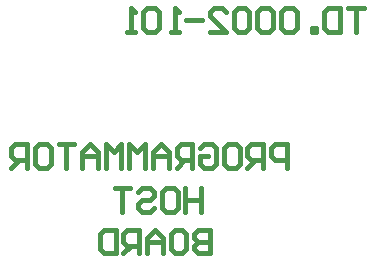
<source format=gbo>
G04*
G04 #@! TF.GenerationSoftware,Altium Limited,Altium Designer,23.2.1 (34)*
G04*
G04 Layer_Color=32896*
%FSTAX44Y44*%
%MOMM*%
G71*
G04*
G04 #@! TF.SameCoordinates,0515AB9E-1A46-41C6-8C13-71CA13384C49*
G04*
G04*
G04 #@! TF.FilePolarity,Positive*
G04*
G01*
G75*
%ADD12C,0.4000*%
D12*
X00441Y00391494D02*
Y003715D01*
X00431003D01*
X00427671Y00374832D01*
Y00378164D01*
X00431003Y00381497D01*
X00441D01*
X00431003D01*
X00427671Y00384829D01*
Y00388161D01*
X00431003Y00391494D01*
X00441D01*
X0041101D02*
X00417674D01*
X00421006Y00388161D01*
Y00374832D01*
X00417674Y003715D01*
X0041101D01*
X00407677Y00374832D01*
Y00388161D01*
X0041101Y00391494D01*
X00401013Y003715D02*
Y00384829D01*
X00394348Y00391494D01*
X00387684Y00384829D01*
Y003715D01*
Y00381497D01*
X00401013D01*
X00381019Y003715D02*
Y00391494D01*
X00371022D01*
X0036769Y00388161D01*
Y00381497D01*
X00371022Y00378164D01*
X00381019D01*
X00374355D02*
X0036769Y003715D01*
X00361026Y00391494D02*
Y003715D01*
X00351029D01*
X00347697Y00374832D01*
Y00388161D01*
X00351029Y00391494D01*
X00361026D01*
X004335Y00426494D02*
Y004065D01*
Y00416497D01*
X00420171D01*
Y00426494D01*
Y004065D01*
X0040351Y00426494D02*
X00410174D01*
X00413506Y00423161D01*
Y00409832D01*
X00410174Y004065D01*
X0040351D01*
X00400177Y00409832D01*
Y00423161D01*
X0040351Y00426494D01*
X00380184Y00423161D02*
X00383516Y00426494D01*
X00390181D01*
X00393513Y00423161D01*
Y00419829D01*
X00390181Y00416497D01*
X00383516D01*
X00380184Y00413164D01*
Y00409832D01*
X00383516Y004065D01*
X00390181D01*
X00393513Y00409832D01*
X00373519Y00426494D02*
X0036019D01*
X00366855D01*
Y004065D01*
X00506Y00444D02*
Y00463994D01*
X00496003D01*
X00492671Y00460661D01*
Y00453997D01*
X00496003Y00450664D01*
X00506D01*
X00486006Y00444D02*
Y00463994D01*
X0047601D01*
X00472677Y00460661D01*
Y00453997D01*
X0047601Y00450664D01*
X00486006D01*
X00479342D02*
X00472677Y00444D01*
X00456016Y00463994D02*
X00462681D01*
X00466013Y00460661D01*
Y00447332D01*
X00462681Y00444D01*
X00456016D01*
X00452684Y00447332D01*
Y00460661D01*
X00456016Y00463994D01*
X0043269Y00460661D02*
X00436022Y00463994D01*
X00442687D01*
X00446019Y00460661D01*
Y00447332D01*
X00442687Y00444D01*
X00436022D01*
X0043269Y00447332D01*
Y00453997D01*
X00439355D01*
X00426026Y00444D02*
Y00463994D01*
X00416029D01*
X00412697Y00460661D01*
Y00453997D01*
X00416029Y00450664D01*
X00426026D01*
X00419361D02*
X00412697Y00444D01*
X00406032D02*
Y00457329D01*
X00399368Y00463994D01*
X00392703Y00457329D01*
Y00444D01*
Y00453997D01*
X00406032D01*
X00386039Y00444D02*
Y00463994D01*
X00379374Y00457329D01*
X0037271Y00463994D01*
Y00444D01*
X00366045D02*
Y00463994D01*
X00359381Y00457329D01*
X00352716Y00463994D01*
Y00444D01*
X00346051D02*
Y00457329D01*
X00339387Y00463994D01*
X00332723Y00457329D01*
Y00444D01*
Y00453997D01*
X00346051D01*
X00326058Y00463994D02*
X00312729D01*
X00319394D01*
Y00444D01*
X00296068Y00463994D02*
X00302732D01*
X00306064Y00460661D01*
Y00447332D01*
X00302732Y00444D01*
X00296068D01*
X00292735Y00447332D01*
Y00460661D01*
X00296068Y00463994D01*
X00286071Y00444D02*
Y00463994D01*
X00276074D01*
X00272742Y00460661D01*
Y00453997D01*
X00276074Y00450664D01*
X00286071D01*
X00279406D02*
X00272742Y00444D01*
X00571Y00578994D02*
X00557671D01*
X00564336D01*
Y00559D01*
X00551006Y00578994D02*
Y00559D01*
X0054101D01*
X00537677Y00562332D01*
Y00575661D01*
X0054101Y00578994D01*
X00551006D01*
X00531013Y00559D02*
Y00562332D01*
X00527681D01*
Y00559D01*
X00531013D01*
X00514352Y00575661D02*
X00511019Y00578994D01*
X00504355D01*
X00501023Y00575661D01*
Y00562332D01*
X00504355Y00559D01*
X00511019D01*
X00514352Y00562332D01*
Y00575661D01*
X00494358D02*
X00491026Y00578994D01*
X00484361D01*
X00481029Y00575661D01*
Y00562332D01*
X00484361Y00559D01*
X00491026D01*
X00494358Y00562332D01*
Y00575661D01*
X00474365D02*
X00471032Y00578994D01*
X00464368D01*
X00461035Y00575661D01*
Y00562332D01*
X00464368Y00559D01*
X00471032D01*
X00474365Y00562332D01*
Y00575661D01*
X00441042Y00559D02*
X00454371D01*
X00441042Y00572329D01*
Y00575661D01*
X00444374Y00578994D01*
X00451039D01*
X00454371Y00575661D01*
X00434377Y00568997D02*
X00421048D01*
X00414384Y00559D02*
X00407719D01*
X00411052D01*
Y00578994D01*
X00414384Y00575661D01*
X00397723D02*
X0039439Y00578994D01*
X00387726D01*
X00384394Y00575661D01*
Y00562332D01*
X00387726Y00559D01*
X0039439D01*
X00397723Y00562332D01*
Y00575661D01*
X00377729Y00559D02*
X00371064D01*
X00374397D01*
Y00578994D01*
X00377729Y00575661D01*
M02*

</source>
